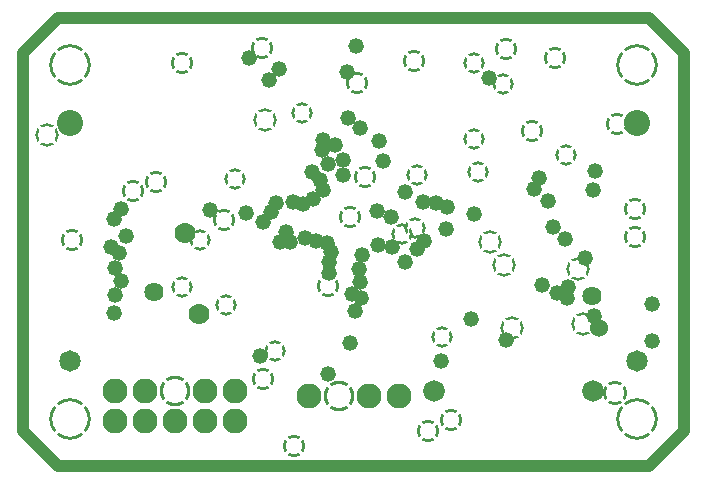
<source format=gbr>
G04*
G04 #@! TF.GenerationSoftware,Altium Limited,Altium Designer,24.0.1 (36)*
G04*
G04 Layer_Physical_Order=2*
G04 Layer_Color=32768*
%FSLAX25Y25*%
%MOIN*%
G70*
G04*
G04 #@! TF.SameCoordinates,BD3E70BB-0697-4B71-9AF7-6C14A59E7EE9*
G04*
G04*
G04 #@! TF.FilePolarity,Negative*
G04*
G01*
G75*
%ADD78C,0.05200*%
%ADD79C,0.06400*%
%ADD96C,0.06000*%
%ADD99C,0.04000*%
G04:AMPARAMS|DCode=100|XSize=138.74mil|YSize=138.74mil|CornerRadius=0mil|HoleSize=0mil|Usage=FLASHONLY|Rotation=0.000|XOffset=0mil|YOffset=0mil|HoleType=Round|Shape=Relief|Width=10mil|Gap=10mil|Entries=4|*
%AMTHD100*
7,0,0,0.13874,0.11874,0.01000,45*
%
%ADD100THD100*%
%ADD101C,0.08331*%
G04:AMPARAMS|DCode=102|XSize=103.308mil|YSize=103.308mil|CornerRadius=0mil|HoleSize=0mil|Usage=FLASHONLY|Rotation=0.000|XOffset=0mil|YOffset=0mil|HoleType=Round|Shape=Relief|Width=10mil|Gap=10mil|Entries=4|*
%AMTHD102*
7,0,0,0.10331,0.08331,0.01000,45*
%
%ADD102THD102*%
G04:AMPARAMS|DCode=103|XSize=76mil|YSize=76mil|CornerRadius=0mil|HoleSize=0mil|Usage=FLASHONLY|Rotation=0.000|XOffset=0mil|YOffset=0mil|HoleType=Round|Shape=Relief|Width=10mil|Gap=10mil|Entries=4|*
%AMTHD103*
7,0,0,0.07600,0.05600,0.01000,45*
%
%ADD103THD103*%
G04:AMPARAMS|DCode=104|XSize=72mil|YSize=72mil|CornerRadius=0mil|HoleSize=0mil|Usage=FLASHONLY|Rotation=0.000|XOffset=0mil|YOffset=0mil|HoleType=Round|Shape=Relief|Width=10mil|Gap=10mil|Entries=4|*
%AMTHD104*
7,0,0,0.07200,0.05200,0.01000,45*
%
%ADD104THD104*%
G04:AMPARAMS|DCode=105|XSize=80mil|YSize=80mil|CornerRadius=0mil|HoleSize=0mil|Usage=FLASHONLY|Rotation=0.000|XOffset=0mil|YOffset=0mil|HoleType=Round|Shape=Relief|Width=10mil|Gap=10mil|Entries=4|*
%AMTHD105*
7,0,0,0.08000,0.06000,0.01000,45*
%
%ADD105THD105*%
G04:AMPARAMS|DCode=106|XSize=84mil|YSize=84mil|CornerRadius=0mil|HoleSize=0mil|Usage=FLASHONLY|Rotation=0.000|XOffset=0mil|YOffset=0mil|HoleType=Round|Shape=Relief|Width=10mil|Gap=10mil|Entries=4|*
%AMTHD106*
7,0,0,0.08400,0.06400,0.01000,45*
%
%ADD106THD106*%
%ADD107C,0.07000*%
%ADD108C,0.07200*%
%ADD109C,0.08724*%
%ADD110C,0.07150*%
D78*
X108000Y131400D02*
D03*
X85222Y132378D02*
D03*
X74330Y84595D02*
D03*
X84222Y87822D02*
D03*
X82819Y84677D02*
D03*
X173087Y60513D02*
D03*
X180861Y75739D02*
D03*
X187318Y69408D02*
D03*
X181691Y59917D02*
D03*
X181468Y56088D02*
D03*
X178056Y57844D02*
D03*
X190500Y50077D02*
D03*
X139500Y35100D02*
D03*
X149500Y49300D02*
D03*
X172108Y96092D02*
D03*
X170500Y92400D02*
D03*
X161200Y42177D02*
D03*
X175000Y88400D02*
D03*
X106830Y97170D02*
D03*
X102192Y68055D02*
D03*
X102800Y71400D02*
D03*
X102046Y64554D02*
D03*
X101300Y74600D02*
D03*
X97800Y75000D02*
D03*
X89161Y74938D02*
D03*
X94000Y76100D02*
D03*
X87800Y78189D02*
D03*
X85752Y74848D02*
D03*
X99086Y95513D02*
D03*
X99890Y92210D02*
D03*
X96400Y98100D02*
D03*
X96757Y89076D02*
D03*
X93500Y87500D02*
D03*
X89900Y88100D02*
D03*
X78900Y36700D02*
D03*
X127400Y91600D02*
D03*
X133703Y75160D02*
D03*
X131415Y72645D02*
D03*
X104200Y107100D02*
D03*
X140914Y79300D02*
D03*
X118586Y108514D02*
D03*
X119972Y101685D02*
D03*
X137700Y87727D02*
D03*
X133527Y88173D02*
D03*
X141298Y86343D02*
D03*
X209773Y54307D02*
D03*
X110957Y140000D02*
D03*
X112764Y56200D02*
D03*
X109600Y57600D02*
D03*
X30514Y51108D02*
D03*
X99900Y108900D02*
D03*
X99739Y105438D02*
D03*
X150500Y84000D02*
D03*
X75400Y136300D02*
D03*
X112400Y61400D02*
D03*
X127500Y68100D02*
D03*
X123200Y73000D02*
D03*
X62521Y85500D02*
D03*
X34500Y76700D02*
D03*
X32800Y85700D02*
D03*
X82000Y128900D02*
D03*
X101800Y30900D02*
D03*
X108900Y41000D02*
D03*
X110735Y51935D02*
D03*
X113000Y70500D02*
D03*
X111900Y65900D02*
D03*
X108500Y116000D02*
D03*
X112527Y112673D02*
D03*
X122800Y83200D02*
D03*
X118200Y85000D02*
D03*
X176800Y79800D02*
D03*
X190200Y92200D02*
D03*
X190672Y98400D02*
D03*
X155500Y129500D02*
D03*
X101600Y100800D02*
D03*
X106800Y102300D02*
D03*
X80106Y81406D02*
D03*
X118500Y73800D02*
D03*
X209773Y41756D02*
D03*
X30300Y82400D02*
D03*
X32612Y61788D02*
D03*
X32001Y71099D02*
D03*
X30797Y57202D02*
D03*
Y66218D02*
D03*
X29350Y73228D02*
D03*
D79*
X189868Y56877D02*
D03*
X43800Y58000D02*
D03*
D96*
X192104Y46195D02*
D03*
D99*
X0Y11811D02*
Y137795D01*
X11811Y149606D01*
X208661D01*
X220472Y137795D01*
Y11811D02*
Y137795D01*
X208661Y0D02*
X220472Y11811D01*
X11811Y0D02*
X208661D01*
X0Y11811D02*
X11811Y0D01*
D100*
X204724Y15748D02*
D03*
Y133858D02*
D03*
X15748D02*
D03*
Y15748D02*
D03*
D101*
X30700Y15000D02*
D03*
Y25000D02*
D03*
X40700Y15000D02*
D03*
Y25000D02*
D03*
X50700Y15000D02*
D03*
X60700Y15000D02*
D03*
Y25000D02*
D03*
X70700Y15000D02*
D03*
Y25000D02*
D03*
X125236Y23622D02*
D03*
X115236D02*
D03*
X95236D02*
D03*
D102*
X50700Y25000D02*
D03*
X105236Y23622D02*
D03*
D103*
X111400Y127700D02*
D03*
X204100Y76500D02*
D03*
X113900Y96615D02*
D03*
X101721Y60079D02*
D03*
X79600Y139400D02*
D03*
X177500Y136200D02*
D03*
X90500Y6700D02*
D03*
X135000Y11700D02*
D03*
X198200Y114100D02*
D03*
X169700Y111700D02*
D03*
X67100Y82300D02*
D03*
X44400Y94700D02*
D03*
X36700Y91800D02*
D03*
X161100Y139300D02*
D03*
X53200Y134600D02*
D03*
X130300Y135200D02*
D03*
X16400Y75600D02*
D03*
X204000Y85700D02*
D03*
X142800Y15600D02*
D03*
X80200Y29300D02*
D03*
X109042Y83200D02*
D03*
D104*
X70861Y95701D02*
D03*
X150500Y134500D02*
D03*
X139700Y43200D02*
D03*
X83900Y38600D02*
D03*
X53008Y59808D02*
D03*
X67700Y53900D02*
D03*
X131530Y97111D02*
D03*
X151600Y98000D02*
D03*
X150347Y108997D02*
D03*
X181100Y103800D02*
D03*
X159900Y127600D02*
D03*
X93000Y117800D02*
D03*
X59000Y75600D02*
D03*
X126400Y77400D02*
D03*
X130800Y79400D02*
D03*
D105*
X184983Y65917D02*
D03*
X162917Y46100D02*
D03*
X155700Y74772D02*
D03*
X186700Y47500D02*
D03*
X160505Y67200D02*
D03*
X80728Y115615D02*
D03*
X8000Y110400D02*
D03*
D106*
X197300Y24600D02*
D03*
D107*
X58600Y50900D02*
D03*
X53900Y77800D02*
D03*
D108*
X190200Y25000D02*
D03*
X136894Y25290D02*
D03*
D109*
X204724Y114567D02*
D03*
X15748D02*
D03*
D110*
X204724Y35039D02*
D03*
X15748D02*
D03*
M02*

</source>
